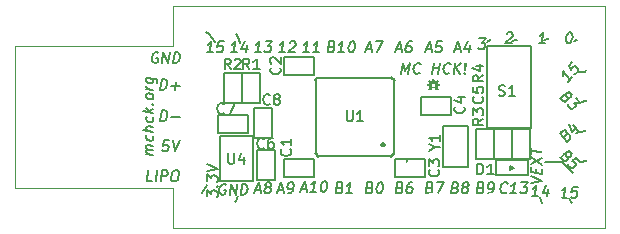
<source format=gto>
G04 (created by PCBNEW-RS274X (2012-02-23 BZR 3434)-stable) date Sat 25 Feb 2012 04:53:48 AM CET*
G01*
G70*
G90*
%MOIN*%
G04 Gerber Fmt 3.4, Leading zero omitted, Abs format*
%FSLAX34Y34*%
G04 APERTURE LIST*
%ADD10C,0.006000*%
%ADD11C,0.005900*%
%ADD12C,0.003900*%
%ADD13C,0.000100*%
%ADD14C,0.008000*%
%ADD15C,0.007800*%
%ADD16C,0.081800*%
%ADD17R,0.081800X0.081800*%
%ADD18R,0.303000X0.066800*%
%ADD19R,0.263700X0.047100*%
%ADD20C,0.043200*%
%ADD21R,0.052800X0.032800*%
%ADD22R,0.032800X0.052800*%
%ADD23R,0.027800X0.037800*%
%ADD24R,0.039200X0.039200*%
%ADD25R,0.074700X0.035300*%
%ADD26R,0.066800X0.017600*%
%ADD27R,0.017600X0.066800*%
%ADD28R,0.047200X0.064900*%
G04 APERTURE END LIST*
G54D10*
G54D11*
X22903Y-18568D02*
X22948Y-18214D01*
X23034Y-18467D01*
X23184Y-18214D01*
X23139Y-18568D01*
X23515Y-18535D02*
X23496Y-18551D01*
X23443Y-18568D01*
X23409Y-18568D01*
X23361Y-18551D01*
X23332Y-18518D01*
X23319Y-18484D01*
X23310Y-18417D01*
X23317Y-18366D01*
X23342Y-18299D01*
X23363Y-18265D01*
X23401Y-18231D01*
X23454Y-18214D01*
X23488Y-18214D01*
X23536Y-18231D01*
X23551Y-18248D01*
X23932Y-18568D02*
X23977Y-18214D01*
X23955Y-18383D02*
X24158Y-18383D01*
X24135Y-18568D02*
X24180Y-18214D01*
X24510Y-18535D02*
X24491Y-18551D01*
X24438Y-18568D01*
X24404Y-18568D01*
X24356Y-18551D01*
X24327Y-18518D01*
X24314Y-18484D01*
X24305Y-18417D01*
X24312Y-18366D01*
X24337Y-18299D01*
X24358Y-18265D01*
X24396Y-18231D01*
X24449Y-18214D01*
X24483Y-18214D01*
X24531Y-18231D01*
X24546Y-18248D01*
X24657Y-18568D02*
X24702Y-18214D01*
X24860Y-18568D02*
X24734Y-18366D01*
X24905Y-18214D02*
X24676Y-18417D01*
X25015Y-18535D02*
X25030Y-18551D01*
X25011Y-18568D01*
X24996Y-18551D01*
X25015Y-18535D01*
X25011Y-18568D01*
X25028Y-18433D02*
X25036Y-18231D01*
X25056Y-18214D01*
X25070Y-18231D01*
X25028Y-18433D01*
X25056Y-18214D01*
X14643Y-21265D02*
X14407Y-21235D01*
X14441Y-21239D02*
X14424Y-21220D01*
X14407Y-21184D01*
X14407Y-21134D01*
X14424Y-21102D01*
X14458Y-21090D01*
X14643Y-21113D01*
X14458Y-21090D02*
X14424Y-21068D01*
X14407Y-21032D01*
X14407Y-20982D01*
X14424Y-20950D01*
X14458Y-20938D01*
X14643Y-20961D01*
X14626Y-20639D02*
X14643Y-20675D01*
X14643Y-20742D01*
X14626Y-20774D01*
X14610Y-20789D01*
X14576Y-20801D01*
X14475Y-20789D01*
X14441Y-20767D01*
X14424Y-20748D01*
X14407Y-20712D01*
X14407Y-20645D01*
X14424Y-20613D01*
X14643Y-20490D02*
X14289Y-20445D01*
X14643Y-20338D02*
X14458Y-20315D01*
X14424Y-20327D01*
X14407Y-20359D01*
X14407Y-20409D01*
X14424Y-20445D01*
X14441Y-20464D01*
X14626Y-20016D02*
X14643Y-20052D01*
X14643Y-20119D01*
X14626Y-20151D01*
X14610Y-20166D01*
X14576Y-20178D01*
X14475Y-20166D01*
X14441Y-20144D01*
X14424Y-20125D01*
X14407Y-20089D01*
X14407Y-20022D01*
X14424Y-19990D01*
X14643Y-19867D02*
X14289Y-19822D01*
X14508Y-19816D02*
X14643Y-19732D01*
X14407Y-19702D02*
X14542Y-19854D01*
X14610Y-19576D02*
X14626Y-19561D01*
X14643Y-19580D01*
X14626Y-19595D01*
X14610Y-19576D01*
X14643Y-19580D01*
X14643Y-19360D02*
X14626Y-19392D01*
X14610Y-19407D01*
X14576Y-19419D01*
X14475Y-19407D01*
X14441Y-19385D01*
X14424Y-19366D01*
X14407Y-19330D01*
X14407Y-19280D01*
X14424Y-19248D01*
X14441Y-19233D01*
X14475Y-19221D01*
X14576Y-19233D01*
X14610Y-19255D01*
X14626Y-19274D01*
X14643Y-19310D01*
X14643Y-19360D01*
X14643Y-19091D02*
X14407Y-19061D01*
X14475Y-19070D02*
X14441Y-19048D01*
X14424Y-19029D01*
X14407Y-18993D01*
X14407Y-18960D01*
X14407Y-18690D02*
X14694Y-18726D01*
X14728Y-18747D01*
X14744Y-18766D01*
X14761Y-18802D01*
X14761Y-18853D01*
X14744Y-18884D01*
X14626Y-18718D02*
X14643Y-18754D01*
X14643Y-18821D01*
X14626Y-18853D01*
X14610Y-18868D01*
X14576Y-18880D01*
X14475Y-18868D01*
X14441Y-18846D01*
X14424Y-18827D01*
X14407Y-18791D01*
X14407Y-18724D01*
X14424Y-18692D01*
G54D12*
X15300Y-17630D02*
X15300Y-16300D01*
X15300Y-22374D02*
X15300Y-23700D01*
X29700Y-23700D02*
X15300Y-23700D01*
X29700Y-16300D02*
X29700Y-23700D01*
X15300Y-16300D02*
X29700Y-16300D01*
X10039Y-17630D02*
X15300Y-17630D01*
X10039Y-22374D02*
X15300Y-22374D01*
X10039Y-17630D02*
X10039Y-22374D01*
G54D13*
G36*
X23843Y-19121D02*
X23845Y-19120D01*
X23850Y-19117D01*
X23857Y-19112D01*
X23866Y-19106D01*
X23875Y-19100D01*
X23882Y-19096D01*
X23887Y-19092D01*
X23889Y-19091D01*
X23890Y-19092D01*
X23894Y-19094D01*
X23900Y-19097D01*
X23904Y-19099D01*
X23909Y-19101D01*
X23912Y-19101D01*
X23912Y-19101D01*
X23914Y-19097D01*
X23917Y-19089D01*
X23922Y-19080D01*
X23926Y-19069D01*
X23931Y-19057D01*
X23937Y-19045D01*
X23941Y-19033D01*
X23946Y-19022D01*
X23949Y-19014D01*
X23951Y-19008D01*
X23952Y-19005D01*
X23952Y-19005D01*
X23949Y-19002D01*
X23944Y-18999D01*
X23934Y-18990D01*
X23924Y-18977D01*
X23918Y-18963D01*
X23915Y-18947D01*
X23917Y-18932D01*
X23923Y-18918D01*
X23933Y-18905D01*
X23945Y-18896D01*
X23959Y-18890D01*
X23975Y-18888D01*
X23990Y-18889D01*
X24004Y-18895D01*
X24017Y-18905D01*
X24023Y-18911D01*
X24030Y-18924D01*
X24035Y-18938D01*
X24035Y-18941D01*
X24034Y-18957D01*
X24030Y-18971D01*
X24022Y-18984D01*
X24011Y-18995D01*
X24009Y-18996D01*
X24004Y-19000D01*
X24000Y-19003D01*
X23998Y-19005D01*
X24017Y-19052D01*
X24020Y-19060D01*
X24026Y-19073D01*
X24030Y-19084D01*
X24034Y-19093D01*
X24037Y-19099D01*
X24038Y-19101D01*
X24038Y-19101D01*
X24040Y-19101D01*
X24043Y-19100D01*
X24050Y-19097D01*
X24054Y-19095D01*
X24059Y-19092D01*
X24062Y-19091D01*
X24064Y-19092D01*
X24068Y-19095D01*
X24075Y-19100D01*
X24084Y-19106D01*
X24092Y-19111D01*
X24099Y-19116D01*
X24105Y-19120D01*
X24107Y-19121D01*
X24108Y-19121D01*
X24110Y-19120D01*
X24114Y-19116D01*
X24121Y-19110D01*
X24130Y-19101D01*
X24131Y-19100D01*
X24139Y-19092D01*
X24145Y-19086D01*
X24149Y-19081D01*
X24150Y-19079D01*
X24150Y-19079D01*
X24149Y-19077D01*
X24145Y-19071D01*
X24141Y-19064D01*
X24135Y-19055D01*
X24119Y-19032D01*
X24128Y-19011D01*
X24130Y-19004D01*
X24134Y-18996D01*
X24136Y-18991D01*
X24137Y-18988D01*
X24140Y-18987D01*
X24145Y-18986D01*
X24154Y-18984D01*
X24164Y-18982D01*
X24174Y-18981D01*
X24182Y-18979D01*
X24189Y-18978D01*
X24192Y-18977D01*
X24192Y-18977D01*
X24193Y-18975D01*
X24193Y-18972D01*
X24193Y-18967D01*
X24194Y-18959D01*
X24194Y-18947D01*
X24194Y-18945D01*
X24193Y-18934D01*
X24193Y-18925D01*
X24193Y-18920D01*
X24193Y-18917D01*
X24193Y-18917D01*
X24190Y-18917D01*
X24184Y-18915D01*
X24175Y-18914D01*
X24165Y-18912D01*
X24164Y-18911D01*
X24154Y-18909D01*
X24145Y-18908D01*
X24139Y-18906D01*
X24136Y-18905D01*
X24136Y-18905D01*
X24134Y-18901D01*
X24131Y-18894D01*
X24127Y-18886D01*
X24124Y-18878D01*
X24121Y-18871D01*
X24119Y-18865D01*
X24118Y-18863D01*
X24118Y-18863D01*
X24120Y-18860D01*
X24123Y-18855D01*
X24128Y-18848D01*
X24135Y-18839D01*
X24135Y-18838D01*
X24141Y-18829D01*
X24146Y-18822D01*
X24149Y-18817D01*
X24150Y-18814D01*
X24150Y-18814D01*
X24148Y-18812D01*
X24144Y-18807D01*
X24137Y-18800D01*
X24130Y-18792D01*
X24127Y-18790D01*
X24119Y-18781D01*
X24113Y-18776D01*
X24109Y-18773D01*
X24107Y-18772D01*
X24107Y-18772D01*
X24105Y-18774D01*
X24099Y-18778D01*
X24092Y-18783D01*
X24083Y-18789D01*
X24082Y-18789D01*
X24073Y-18795D01*
X24066Y-18800D01*
X24061Y-18804D01*
X24059Y-18805D01*
X24058Y-18805D01*
X24055Y-18804D01*
X24048Y-18802D01*
X24041Y-18799D01*
X24033Y-18795D01*
X24025Y-18792D01*
X24020Y-18790D01*
X24017Y-18788D01*
X24017Y-18788D01*
X24016Y-18785D01*
X24015Y-18779D01*
X24013Y-18770D01*
X24011Y-18759D01*
X24010Y-18757D01*
X24008Y-18747D01*
X24007Y-18738D01*
X24006Y-18732D01*
X24005Y-18730D01*
X24003Y-18729D01*
X23998Y-18729D01*
X23991Y-18729D01*
X23981Y-18729D01*
X23972Y-18729D01*
X23962Y-18729D01*
X23954Y-18729D01*
X23948Y-18730D01*
X23946Y-18730D01*
X23946Y-18730D01*
X23945Y-18733D01*
X23943Y-18740D01*
X23942Y-18749D01*
X23939Y-18760D01*
X23939Y-18762D01*
X23937Y-18772D01*
X23935Y-18781D01*
X23934Y-18787D01*
X23933Y-18789D01*
X23933Y-18789D01*
X23928Y-18791D01*
X23921Y-18794D01*
X23913Y-18798D01*
X23893Y-18806D01*
X23868Y-18789D01*
X23866Y-18787D01*
X23857Y-18781D01*
X23850Y-18776D01*
X23845Y-18773D01*
X23842Y-18772D01*
X23842Y-18772D01*
X23840Y-18774D01*
X23835Y-18779D01*
X23828Y-18785D01*
X23821Y-18793D01*
X23815Y-18799D01*
X23808Y-18806D01*
X23804Y-18810D01*
X23801Y-18813D01*
X23801Y-18815D01*
X23801Y-18816D01*
X23802Y-18819D01*
X23806Y-18824D01*
X23811Y-18832D01*
X23817Y-18840D01*
X23822Y-18848D01*
X23827Y-18856D01*
X23831Y-18862D01*
X23832Y-18865D01*
X23832Y-18866D01*
X23830Y-18871D01*
X23827Y-18878D01*
X23823Y-18887D01*
X23815Y-18906D01*
X23802Y-18909D01*
X23794Y-18910D01*
X23783Y-18912D01*
X23773Y-18914D01*
X23757Y-18917D01*
X23756Y-18976D01*
X23759Y-18977D01*
X23761Y-18977D01*
X23767Y-18979D01*
X23776Y-18980D01*
X23786Y-18982D01*
X23794Y-18984D01*
X23803Y-18986D01*
X23809Y-18987D01*
X23812Y-18987D01*
X23813Y-18988D01*
X23815Y-18992D01*
X23818Y-18999D01*
X23821Y-19007D01*
X23825Y-19015D01*
X23828Y-19023D01*
X23830Y-19029D01*
X23831Y-19032D01*
X23830Y-19034D01*
X23826Y-19039D01*
X23822Y-19047D01*
X23816Y-19055D01*
X23810Y-19064D01*
X23805Y-19071D01*
X23802Y-19076D01*
X23800Y-19079D01*
X23801Y-19081D01*
X23804Y-19085D01*
X23811Y-19091D01*
X23820Y-19101D01*
X23822Y-19102D01*
X23830Y-19110D01*
X23836Y-19116D01*
X23841Y-19120D01*
X23843Y-19121D01*
X23843Y-19121D01*
G37*
G54D11*
X25875Y-17450D02*
X25900Y-17400D01*
X26600Y-17475D02*
X26725Y-17450D01*
X26725Y-17450D02*
X26750Y-17425D01*
X28650Y-17475D02*
X28750Y-17450D01*
X28750Y-17450D02*
X28775Y-17425D01*
X27675Y-17450D02*
X27800Y-17400D01*
X27800Y-17400D02*
X27825Y-17375D01*
X25750Y-17500D02*
X25875Y-17450D01*
X16700Y-17500D02*
X16500Y-17250D01*
X16500Y-17250D02*
X16400Y-17175D01*
X17525Y-17525D02*
X17475Y-17325D01*
X17475Y-17325D02*
X17400Y-17250D01*
X17450Y-22625D02*
X17400Y-22800D01*
X17400Y-22800D02*
X17375Y-22825D01*
X27525Y-22675D02*
X27550Y-22800D01*
X27550Y-22800D02*
X27600Y-22875D01*
X28500Y-22700D02*
X28550Y-22825D01*
X28550Y-22825D02*
X28600Y-22875D01*
X16425Y-22275D02*
X16250Y-22550D01*
X28900Y-19500D02*
X29075Y-19475D01*
X29075Y-19475D02*
X29075Y-19425D01*
X28900Y-21500D02*
X29075Y-21475D01*
X29075Y-21475D02*
X29075Y-21425D01*
X28725Y-20525D02*
X29025Y-20475D01*
X29025Y-20475D02*
X29050Y-20450D01*
X28800Y-18500D02*
X29025Y-18500D01*
X29025Y-18500D02*
X29050Y-18450D01*
X28250Y-21520D02*
X27700Y-21500D01*
X28620Y-21880D02*
X28250Y-21520D01*
X17590Y-18525D02*
X17590Y-19525D01*
X17590Y-19525D02*
X16990Y-19525D01*
X16990Y-19525D02*
X16990Y-18525D01*
X16990Y-18525D02*
X17590Y-18525D01*
X18190Y-18525D02*
X18190Y-19525D01*
X18190Y-19525D02*
X17590Y-19525D01*
X17590Y-19525D02*
X17590Y-18525D01*
X17590Y-18525D02*
X18190Y-18525D01*
X20000Y-18600D02*
X19000Y-18600D01*
X19000Y-18600D02*
X19000Y-18000D01*
X19000Y-18000D02*
X20000Y-18000D01*
X20000Y-18000D02*
X20000Y-18600D01*
X16800Y-19930D02*
X17800Y-19930D01*
X17800Y-19930D02*
X17800Y-20530D01*
X17800Y-20530D02*
X16800Y-20530D01*
X16800Y-20530D02*
X16800Y-19930D01*
X17980Y-20690D02*
X17980Y-19690D01*
X17980Y-19690D02*
X18580Y-19690D01*
X18580Y-19690D02*
X18580Y-20690D01*
X18580Y-20690D02*
X17980Y-20690D01*
X18100Y-22100D02*
X18100Y-21100D01*
X18100Y-21100D02*
X18700Y-21100D01*
X18700Y-21100D02*
X18700Y-22100D01*
X18700Y-22100D02*
X18100Y-22100D01*
X20000Y-22000D02*
X19000Y-22000D01*
X19000Y-22000D02*
X19000Y-21400D01*
X19000Y-21400D02*
X20000Y-21400D01*
X20000Y-21400D02*
X20000Y-22000D01*
X17950Y-20650D02*
X17950Y-22150D01*
X17950Y-22150D02*
X16850Y-22150D01*
X16850Y-22150D02*
X16850Y-20650D01*
X16850Y-20650D02*
X17950Y-20650D01*
X22700Y-21400D02*
X23700Y-21400D01*
X23700Y-21400D02*
X23700Y-22000D01*
X23700Y-22000D02*
X22700Y-22000D01*
X22700Y-22000D02*
X22700Y-21400D01*
X23550Y-19330D02*
X24550Y-19330D01*
X24550Y-19330D02*
X24550Y-19930D01*
X24550Y-19930D02*
X23550Y-19930D01*
X23550Y-19930D02*
X23550Y-19330D01*
X26000Y-20400D02*
X26000Y-21400D01*
X26000Y-21400D02*
X25400Y-21400D01*
X25400Y-21400D02*
X25400Y-20400D01*
X25400Y-20400D02*
X26000Y-20400D01*
X26600Y-20400D02*
X26600Y-21400D01*
X26600Y-21400D02*
X26000Y-21400D01*
X26000Y-21400D02*
X26000Y-20400D01*
X26000Y-20400D02*
X26600Y-20400D01*
X26600Y-21400D02*
X26600Y-20400D01*
X26600Y-20400D02*
X27200Y-20400D01*
X27200Y-20400D02*
X27200Y-21400D01*
X27200Y-21400D02*
X26600Y-21400D01*
X26540Y-21640D02*
X26660Y-21700D01*
X26660Y-21700D02*
X26540Y-21760D01*
X26540Y-21760D02*
X26540Y-21640D01*
X26075Y-21450D02*
X27125Y-21450D01*
X27125Y-21450D02*
X27125Y-21950D01*
X27125Y-21950D02*
X26075Y-21950D01*
X26075Y-21950D02*
X26075Y-21450D01*
X24300Y-21685D02*
X24300Y-20305D01*
X24300Y-20305D02*
X25120Y-20305D01*
X25120Y-20305D02*
X25120Y-21685D01*
X25120Y-21685D02*
X24300Y-21685D01*
X22570Y-18701D02*
X22649Y-18780D01*
X22649Y-18780D02*
X22649Y-21220D01*
X22649Y-21220D02*
X22570Y-21299D01*
X22570Y-21299D02*
X20130Y-21299D01*
X20130Y-21299D02*
X20051Y-21220D01*
X20130Y-18701D02*
X22570Y-18701D01*
X20051Y-21220D02*
X20051Y-18780D01*
X22570Y-18661D02*
X22689Y-18780D01*
X20011Y-18780D02*
X20130Y-18661D01*
X20130Y-21339D02*
X20011Y-21220D01*
X22570Y-21339D02*
X22689Y-21220D01*
G54D14*
X23083Y-21458D02*
X23082Y-21465D01*
X23079Y-21473D01*
X23076Y-21480D01*
X23071Y-21486D01*
X23064Y-21491D01*
X23057Y-21495D01*
X23050Y-21498D01*
X23042Y-21498D01*
X23035Y-21498D01*
X23027Y-21496D01*
X23020Y-21492D01*
X23014Y-21487D01*
X23009Y-21481D01*
X23005Y-21474D01*
X23002Y-21466D01*
X23002Y-21458D01*
X23002Y-21451D01*
X23004Y-21443D01*
X23008Y-21436D01*
X23013Y-21430D01*
X23019Y-21425D01*
X23026Y-21421D01*
X23034Y-21418D01*
X23042Y-21418D01*
X23049Y-21418D01*
X23056Y-21420D01*
X23063Y-21424D01*
X23070Y-21429D01*
X23075Y-21435D01*
X23079Y-21442D01*
X23081Y-21449D01*
X23082Y-21457D01*
X23083Y-21458D01*
G54D15*
X22349Y-20925D02*
X22347Y-20935D01*
X22344Y-20945D01*
X22339Y-20955D01*
X22333Y-20963D01*
X22324Y-20970D01*
X22315Y-20975D01*
X22305Y-20978D01*
X22294Y-20979D01*
X22284Y-20979D01*
X22274Y-20975D01*
X22264Y-20971D01*
X22256Y-20964D01*
X22249Y-20956D01*
X22244Y-20946D01*
X22241Y-20936D01*
X22240Y-20925D01*
X22240Y-20916D01*
X22243Y-20905D01*
X22248Y-20896D01*
X22255Y-20887D01*
X22263Y-20880D01*
X22272Y-20875D01*
X22283Y-20872D01*
X22293Y-20871D01*
X22303Y-20871D01*
X22313Y-20874D01*
X22323Y-20879D01*
X22331Y-20886D01*
X22338Y-20894D01*
X22344Y-20903D01*
X22347Y-20913D01*
X22348Y-20924D01*
X22349Y-20925D01*
G54D11*
X25772Y-20368D02*
X25772Y-17632D01*
X27228Y-17632D02*
X27228Y-20368D01*
X27228Y-20368D02*
X25772Y-20368D01*
X25772Y-17632D02*
X27228Y-17632D01*
X16615Y-17843D02*
X16412Y-17843D01*
X16514Y-17843D02*
X16559Y-17489D01*
X16518Y-17540D01*
X16480Y-17574D01*
X16444Y-17590D01*
X16980Y-17489D02*
X16811Y-17489D01*
X16772Y-17658D01*
X16792Y-17641D01*
X16828Y-17624D01*
X16912Y-17624D01*
X16944Y-17641D01*
X16958Y-17658D01*
X16971Y-17692D01*
X16961Y-17776D01*
X16939Y-17810D01*
X16920Y-17826D01*
X16884Y-17843D01*
X16800Y-17843D01*
X16768Y-17826D01*
X16753Y-17810D01*
X17415Y-17843D02*
X17212Y-17843D01*
X17314Y-17843D02*
X17359Y-17489D01*
X17318Y-17540D01*
X17280Y-17574D01*
X17244Y-17590D01*
X17748Y-17607D02*
X17718Y-17843D01*
X17681Y-17472D02*
X17564Y-17725D01*
X17784Y-17725D01*
X18215Y-17843D02*
X18012Y-17843D01*
X18114Y-17843D02*
X18159Y-17489D01*
X18118Y-17540D01*
X18080Y-17574D01*
X18044Y-17590D01*
X18378Y-17489D02*
X18597Y-17489D01*
X18462Y-17624D01*
X18512Y-17624D01*
X18544Y-17641D01*
X18558Y-17658D01*
X18571Y-17692D01*
X18561Y-17776D01*
X18539Y-17810D01*
X18520Y-17826D01*
X18484Y-17843D01*
X18383Y-17843D01*
X18351Y-17826D01*
X18337Y-17810D01*
X19015Y-17843D02*
X18812Y-17843D01*
X18914Y-17843D02*
X18959Y-17489D01*
X18918Y-17540D01*
X18880Y-17574D01*
X18844Y-17590D01*
X19189Y-17523D02*
X19208Y-17506D01*
X19245Y-17489D01*
X19329Y-17489D01*
X19360Y-17506D01*
X19375Y-17523D01*
X19388Y-17557D01*
X19384Y-17590D01*
X19361Y-17641D01*
X19133Y-17843D01*
X19352Y-17843D01*
X19815Y-17843D02*
X19612Y-17843D01*
X19714Y-17843D02*
X19759Y-17489D01*
X19718Y-17540D01*
X19680Y-17574D01*
X19644Y-17590D01*
X20152Y-17843D02*
X19949Y-17843D01*
X20051Y-17843D02*
X20096Y-17489D01*
X20055Y-17540D01*
X20017Y-17574D01*
X19981Y-17590D01*
X20593Y-17658D02*
X20642Y-17675D01*
X20657Y-17692D01*
X20670Y-17725D01*
X20664Y-17776D01*
X20642Y-17810D01*
X20623Y-17826D01*
X20587Y-17843D01*
X20452Y-17843D01*
X20497Y-17489D01*
X20615Y-17489D01*
X20646Y-17506D01*
X20661Y-17523D01*
X20674Y-17557D01*
X20670Y-17590D01*
X20649Y-17624D01*
X20630Y-17641D01*
X20593Y-17658D01*
X20475Y-17658D01*
X20992Y-17843D02*
X20789Y-17843D01*
X20891Y-17843D02*
X20936Y-17489D01*
X20895Y-17540D01*
X20857Y-17574D01*
X20821Y-17590D01*
X21256Y-17489D02*
X21289Y-17489D01*
X21320Y-17506D01*
X21335Y-17523D01*
X21348Y-17557D01*
X21357Y-17624D01*
X21346Y-17708D01*
X21321Y-17776D01*
X21299Y-17810D01*
X21280Y-17826D01*
X21244Y-17843D01*
X21211Y-17843D01*
X21179Y-17826D01*
X21164Y-17810D01*
X21152Y-17776D01*
X21143Y-17708D01*
X21154Y-17624D01*
X21179Y-17557D01*
X21200Y-17523D01*
X21219Y-17506D01*
X21256Y-17489D01*
X21742Y-17742D02*
X21911Y-17742D01*
X21696Y-17843D02*
X21859Y-17489D01*
X21932Y-17843D01*
X22061Y-17489D02*
X22297Y-17489D01*
X22100Y-17843D01*
X22742Y-17742D02*
X22911Y-17742D01*
X22696Y-17843D02*
X22859Y-17489D01*
X22932Y-17843D01*
X23246Y-17489D02*
X23179Y-17489D01*
X23142Y-17506D01*
X23123Y-17523D01*
X23083Y-17574D01*
X23058Y-17641D01*
X23041Y-17776D01*
X23053Y-17810D01*
X23068Y-17826D01*
X23100Y-17843D01*
X23167Y-17843D01*
X23203Y-17826D01*
X23222Y-17810D01*
X23244Y-17776D01*
X23254Y-17692D01*
X23241Y-17658D01*
X23227Y-17641D01*
X23195Y-17624D01*
X23128Y-17624D01*
X23092Y-17641D01*
X23072Y-17658D01*
X23051Y-17692D01*
X23742Y-17742D02*
X23911Y-17742D01*
X23696Y-17843D02*
X23859Y-17489D01*
X23932Y-17843D01*
X24263Y-17489D02*
X24094Y-17489D01*
X24055Y-17658D01*
X24075Y-17641D01*
X24111Y-17624D01*
X24195Y-17624D01*
X24227Y-17641D01*
X24241Y-17658D01*
X24254Y-17692D01*
X24244Y-17776D01*
X24222Y-17810D01*
X24203Y-17826D01*
X24167Y-17843D01*
X24083Y-17843D01*
X24051Y-17826D01*
X24036Y-17810D01*
X24692Y-17742D02*
X24861Y-17742D01*
X24646Y-17843D02*
X24809Y-17489D01*
X24882Y-17843D01*
X25181Y-17607D02*
X25151Y-17843D01*
X25114Y-17472D02*
X24997Y-17725D01*
X25217Y-17725D01*
X25510Y-17389D02*
X25729Y-17389D01*
X25594Y-17524D01*
X25644Y-17524D01*
X25676Y-17541D01*
X25690Y-17558D01*
X25703Y-17592D01*
X25693Y-17676D01*
X25671Y-17710D01*
X25652Y-17726D01*
X25616Y-17743D01*
X25515Y-17743D01*
X25483Y-17726D01*
X25469Y-17710D01*
X26421Y-17223D02*
X26440Y-17206D01*
X26477Y-17189D01*
X26561Y-17189D01*
X26592Y-17206D01*
X26607Y-17223D01*
X26620Y-17257D01*
X26616Y-17290D01*
X26593Y-17341D01*
X26365Y-17543D01*
X26584Y-17543D01*
X27684Y-17543D02*
X27481Y-17543D01*
X27583Y-17543D02*
X27628Y-17189D01*
X27587Y-17240D01*
X27549Y-17274D01*
X27513Y-17290D01*
X28511Y-17189D02*
X28544Y-17189D01*
X28575Y-17206D01*
X28590Y-17223D01*
X28603Y-17257D01*
X28612Y-17324D01*
X28601Y-17408D01*
X28576Y-17476D01*
X28554Y-17510D01*
X28535Y-17526D01*
X28499Y-17543D01*
X28466Y-17543D01*
X28434Y-17526D01*
X28419Y-17510D01*
X28407Y-17476D01*
X28398Y-17408D01*
X28409Y-17324D01*
X28434Y-17257D01*
X28455Y-17223D01*
X28474Y-17206D01*
X28511Y-17189D01*
X16439Y-22645D02*
X16439Y-22426D01*
X16574Y-22561D01*
X16574Y-22511D01*
X16591Y-22479D01*
X16608Y-22465D01*
X16642Y-22452D01*
X16726Y-22462D01*
X16760Y-22484D01*
X16776Y-22503D01*
X16793Y-22539D01*
X16793Y-22640D01*
X16776Y-22672D01*
X16760Y-22686D01*
X16760Y-22316D02*
X16776Y-22301D01*
X16793Y-22320D01*
X16776Y-22335D01*
X16760Y-22316D01*
X16793Y-22320D01*
X16439Y-22139D02*
X16439Y-21920D01*
X16574Y-22055D01*
X16574Y-22005D01*
X16591Y-21973D01*
X16608Y-21959D01*
X16642Y-21946D01*
X16726Y-21956D01*
X16760Y-21978D01*
X16776Y-21997D01*
X16793Y-22033D01*
X16793Y-22134D01*
X16776Y-22166D01*
X16760Y-22180D01*
X16439Y-21819D02*
X16793Y-21746D01*
X16439Y-21583D01*
X17055Y-22256D02*
X17024Y-22239D01*
X16973Y-22239D01*
X16920Y-22256D01*
X16882Y-22290D01*
X16861Y-22324D01*
X16836Y-22391D01*
X16829Y-22442D01*
X16838Y-22509D01*
X16851Y-22543D01*
X16880Y-22576D01*
X16928Y-22593D01*
X16962Y-22593D01*
X17015Y-22576D01*
X17034Y-22560D01*
X17049Y-22442D01*
X16981Y-22442D01*
X17181Y-22593D02*
X17226Y-22239D01*
X17384Y-22593D01*
X17429Y-22239D01*
X17552Y-22593D02*
X17597Y-22239D01*
X17682Y-22239D01*
X17729Y-22256D01*
X17759Y-22290D01*
X17772Y-22324D01*
X17781Y-22391D01*
X17774Y-22442D01*
X17749Y-22509D01*
X17728Y-22543D01*
X17689Y-22576D01*
X17637Y-22593D01*
X17552Y-22593D01*
X18042Y-22442D02*
X18211Y-22442D01*
X17996Y-22543D02*
X18159Y-22189D01*
X18232Y-22543D01*
X18426Y-22341D02*
X18394Y-22324D01*
X18379Y-22307D01*
X18366Y-22274D01*
X18368Y-22257D01*
X18389Y-22223D01*
X18408Y-22206D01*
X18445Y-22189D01*
X18512Y-22189D01*
X18543Y-22206D01*
X18558Y-22223D01*
X18571Y-22257D01*
X18569Y-22274D01*
X18548Y-22307D01*
X18529Y-22324D01*
X18493Y-22341D01*
X18426Y-22341D01*
X18389Y-22358D01*
X18370Y-22375D01*
X18349Y-22408D01*
X18341Y-22476D01*
X18353Y-22510D01*
X18368Y-22526D01*
X18400Y-22543D01*
X18467Y-22543D01*
X18503Y-22526D01*
X18522Y-22510D01*
X18544Y-22476D01*
X18552Y-22408D01*
X18539Y-22375D01*
X18524Y-22358D01*
X18493Y-22341D01*
X18792Y-22442D02*
X18961Y-22442D01*
X18746Y-22543D02*
X18909Y-22189D01*
X18982Y-22543D01*
X19116Y-22543D02*
X19184Y-22543D01*
X19219Y-22526D01*
X19238Y-22510D01*
X19279Y-22459D01*
X19304Y-22392D01*
X19321Y-22257D01*
X19308Y-22223D01*
X19293Y-22206D01*
X19262Y-22189D01*
X19195Y-22189D01*
X19158Y-22206D01*
X19139Y-22223D01*
X19118Y-22257D01*
X19108Y-22341D01*
X19120Y-22375D01*
X19135Y-22392D01*
X19167Y-22408D01*
X19234Y-22408D01*
X19270Y-22392D01*
X19289Y-22375D01*
X19311Y-22341D01*
X19574Y-22392D02*
X19743Y-22392D01*
X19528Y-22493D02*
X19691Y-22139D01*
X19764Y-22493D01*
X20067Y-22493D02*
X19864Y-22493D01*
X19966Y-22493D02*
X20011Y-22139D01*
X19970Y-22190D01*
X19932Y-22224D01*
X19896Y-22240D01*
X20331Y-22139D02*
X20364Y-22139D01*
X20395Y-22156D01*
X20410Y-22173D01*
X20423Y-22207D01*
X20432Y-22274D01*
X20421Y-22358D01*
X20396Y-22426D01*
X20374Y-22460D01*
X20355Y-22476D01*
X20319Y-22493D01*
X20286Y-22493D01*
X20254Y-22476D01*
X20239Y-22460D01*
X20227Y-22426D01*
X20218Y-22358D01*
X20229Y-22274D01*
X20254Y-22207D01*
X20275Y-22173D01*
X20294Y-22156D01*
X20331Y-22139D01*
X20862Y-22358D02*
X20911Y-22375D01*
X20926Y-22392D01*
X20939Y-22425D01*
X20933Y-22476D01*
X20911Y-22510D01*
X20892Y-22526D01*
X20856Y-22543D01*
X20721Y-22543D01*
X20766Y-22189D01*
X20884Y-22189D01*
X20915Y-22206D01*
X20930Y-22223D01*
X20943Y-22257D01*
X20939Y-22290D01*
X20918Y-22324D01*
X20899Y-22341D01*
X20862Y-22358D01*
X20744Y-22358D01*
X21261Y-22543D02*
X21058Y-22543D01*
X21160Y-22543D02*
X21205Y-22189D01*
X21164Y-22240D01*
X21126Y-22274D01*
X21090Y-22290D01*
X21862Y-22358D02*
X21911Y-22375D01*
X21926Y-22392D01*
X21939Y-22425D01*
X21933Y-22476D01*
X21911Y-22510D01*
X21892Y-22526D01*
X21856Y-22543D01*
X21721Y-22543D01*
X21766Y-22189D01*
X21884Y-22189D01*
X21915Y-22206D01*
X21930Y-22223D01*
X21943Y-22257D01*
X21939Y-22290D01*
X21918Y-22324D01*
X21899Y-22341D01*
X21862Y-22358D01*
X21744Y-22358D01*
X22188Y-22189D02*
X22221Y-22189D01*
X22252Y-22206D01*
X22267Y-22223D01*
X22280Y-22257D01*
X22289Y-22324D01*
X22278Y-22408D01*
X22253Y-22476D01*
X22231Y-22510D01*
X22212Y-22526D01*
X22176Y-22543D01*
X22143Y-22543D01*
X22111Y-22526D01*
X22096Y-22510D01*
X22084Y-22476D01*
X22075Y-22408D01*
X22086Y-22324D01*
X22111Y-22257D01*
X22132Y-22223D01*
X22151Y-22206D01*
X22188Y-22189D01*
X22862Y-22358D02*
X22911Y-22375D01*
X22926Y-22392D01*
X22939Y-22425D01*
X22933Y-22476D01*
X22911Y-22510D01*
X22892Y-22526D01*
X22856Y-22543D01*
X22721Y-22543D01*
X22766Y-22189D01*
X22884Y-22189D01*
X22915Y-22206D01*
X22930Y-22223D01*
X22943Y-22257D01*
X22939Y-22290D01*
X22918Y-22324D01*
X22899Y-22341D01*
X22862Y-22358D01*
X22744Y-22358D01*
X23272Y-22189D02*
X23205Y-22189D01*
X23168Y-22206D01*
X23149Y-22223D01*
X23109Y-22274D01*
X23084Y-22341D01*
X23067Y-22476D01*
X23079Y-22510D01*
X23094Y-22526D01*
X23126Y-22543D01*
X23193Y-22543D01*
X23229Y-22526D01*
X23248Y-22510D01*
X23270Y-22476D01*
X23280Y-22392D01*
X23267Y-22358D01*
X23253Y-22341D01*
X23221Y-22324D01*
X23154Y-22324D01*
X23118Y-22341D01*
X23098Y-22358D01*
X23077Y-22392D01*
X23862Y-22358D02*
X23911Y-22375D01*
X23926Y-22392D01*
X23939Y-22425D01*
X23933Y-22476D01*
X23911Y-22510D01*
X23892Y-22526D01*
X23856Y-22543D01*
X23721Y-22543D01*
X23766Y-22189D01*
X23884Y-22189D01*
X23915Y-22206D01*
X23930Y-22223D01*
X23943Y-22257D01*
X23939Y-22290D01*
X23918Y-22324D01*
X23899Y-22341D01*
X23862Y-22358D01*
X23744Y-22358D01*
X24087Y-22189D02*
X24323Y-22189D01*
X24126Y-22543D01*
X24712Y-22358D02*
X24761Y-22375D01*
X24776Y-22392D01*
X24789Y-22425D01*
X24783Y-22476D01*
X24761Y-22510D01*
X24742Y-22526D01*
X24706Y-22543D01*
X24571Y-22543D01*
X24616Y-22189D01*
X24734Y-22189D01*
X24765Y-22206D01*
X24780Y-22223D01*
X24793Y-22257D01*
X24789Y-22290D01*
X24768Y-22324D01*
X24749Y-22341D01*
X24712Y-22358D01*
X24594Y-22358D01*
X25002Y-22341D02*
X24970Y-22324D01*
X24955Y-22307D01*
X24942Y-22274D01*
X24944Y-22257D01*
X24965Y-22223D01*
X24984Y-22206D01*
X25021Y-22189D01*
X25088Y-22189D01*
X25119Y-22206D01*
X25134Y-22223D01*
X25147Y-22257D01*
X25145Y-22274D01*
X25124Y-22307D01*
X25105Y-22324D01*
X25069Y-22341D01*
X25002Y-22341D01*
X24965Y-22358D01*
X24946Y-22375D01*
X24925Y-22408D01*
X24917Y-22476D01*
X24929Y-22510D01*
X24944Y-22526D01*
X24976Y-22543D01*
X25043Y-22543D01*
X25079Y-22526D01*
X25098Y-22510D01*
X25120Y-22476D01*
X25128Y-22408D01*
X25115Y-22375D01*
X25100Y-22358D01*
X25069Y-22341D01*
X25562Y-22358D02*
X25611Y-22375D01*
X25626Y-22392D01*
X25639Y-22425D01*
X25633Y-22476D01*
X25611Y-22510D01*
X25592Y-22526D01*
X25556Y-22543D01*
X25421Y-22543D01*
X25466Y-22189D01*
X25584Y-22189D01*
X25615Y-22206D01*
X25630Y-22223D01*
X25643Y-22257D01*
X25639Y-22290D01*
X25618Y-22324D01*
X25599Y-22341D01*
X25562Y-22358D01*
X25444Y-22358D01*
X25792Y-22543D02*
X25860Y-22543D01*
X25895Y-22526D01*
X25914Y-22510D01*
X25955Y-22459D01*
X25980Y-22392D01*
X25997Y-22257D01*
X25984Y-22223D01*
X25969Y-22206D01*
X25938Y-22189D01*
X25871Y-22189D01*
X25834Y-22206D01*
X25815Y-22223D01*
X25794Y-22257D01*
X25784Y-22341D01*
X25796Y-22375D01*
X25811Y-22392D01*
X25843Y-22408D01*
X25910Y-22408D01*
X25946Y-22392D01*
X25965Y-22375D01*
X25987Y-22341D01*
X26409Y-22510D02*
X26390Y-22526D01*
X26337Y-22543D01*
X26303Y-22543D01*
X26255Y-22526D01*
X26226Y-22493D01*
X26213Y-22459D01*
X26204Y-22392D01*
X26211Y-22341D01*
X26236Y-22274D01*
X26257Y-22240D01*
X26295Y-22206D01*
X26348Y-22189D01*
X26382Y-22189D01*
X26430Y-22206D01*
X26445Y-22223D01*
X26742Y-22543D02*
X26539Y-22543D01*
X26641Y-22543D02*
X26686Y-22189D01*
X26645Y-22240D01*
X26607Y-22274D01*
X26571Y-22290D01*
X26905Y-22189D02*
X27124Y-22189D01*
X26989Y-22324D01*
X27039Y-22324D01*
X27071Y-22341D01*
X27085Y-22358D01*
X27098Y-22392D01*
X27088Y-22476D01*
X27066Y-22510D01*
X27047Y-22526D01*
X27011Y-22543D01*
X26910Y-22543D01*
X26878Y-22526D01*
X26864Y-22510D01*
X27465Y-22643D02*
X27262Y-22643D01*
X27364Y-22643D02*
X27409Y-22289D01*
X27368Y-22340D01*
X27330Y-22374D01*
X27294Y-22390D01*
X27798Y-22407D02*
X27768Y-22643D01*
X27731Y-22272D02*
X27614Y-22525D01*
X27834Y-22525D01*
X28415Y-22693D02*
X28212Y-22693D01*
X28314Y-22693D02*
X28359Y-22339D01*
X28318Y-22390D01*
X28280Y-22424D01*
X28244Y-22440D01*
X28780Y-22339D02*
X28611Y-22339D01*
X28572Y-22508D01*
X28592Y-22491D01*
X28628Y-22474D01*
X28712Y-22474D01*
X28744Y-22491D01*
X28758Y-22508D01*
X28771Y-22542D01*
X28761Y-22626D01*
X28739Y-22660D01*
X28720Y-22676D01*
X28684Y-22693D01*
X28600Y-22693D01*
X28568Y-22676D01*
X28553Y-22660D01*
X28591Y-18686D02*
X28447Y-18830D01*
X28520Y-18758D02*
X28301Y-18476D01*
X28308Y-18541D01*
X28305Y-18591D01*
X28291Y-18628D01*
X28599Y-18178D02*
X28479Y-18297D01*
X28571Y-18444D01*
X28573Y-18418D01*
X28587Y-18381D01*
X28646Y-18321D01*
X28681Y-18311D01*
X28703Y-18313D01*
X28736Y-18328D01*
X28788Y-18394D01*
X28797Y-18434D01*
X28795Y-18459D01*
X28781Y-18496D01*
X28722Y-18555D01*
X28687Y-18566D01*
X28665Y-18565D01*
X28432Y-19348D02*
X28455Y-19394D01*
X28453Y-19417D01*
X28439Y-19450D01*
X28399Y-19481D01*
X28359Y-19490D01*
X28335Y-19488D01*
X28297Y-19474D01*
X28202Y-19379D01*
X28484Y-19160D01*
X28567Y-19244D01*
X28577Y-19278D01*
X28576Y-19300D01*
X28561Y-19334D01*
X28535Y-19354D01*
X28496Y-19363D01*
X28470Y-19362D01*
X28432Y-19348D01*
X28349Y-19264D01*
X28711Y-19387D02*
X28866Y-19542D01*
X28675Y-19542D01*
X28710Y-19578D01*
X28721Y-19612D01*
X28718Y-19634D01*
X28704Y-19667D01*
X28637Y-19720D01*
X28598Y-19728D01*
X28573Y-19726D01*
X28535Y-19713D01*
X28464Y-19641D01*
X28453Y-19607D01*
X28455Y-19585D01*
X28398Y-20593D02*
X28444Y-20570D01*
X28467Y-20572D01*
X28500Y-20586D01*
X28531Y-20626D01*
X28540Y-20666D01*
X28538Y-20690D01*
X28524Y-20728D01*
X28429Y-20823D01*
X28210Y-20541D01*
X28294Y-20458D01*
X28328Y-20448D01*
X28350Y-20449D01*
X28384Y-20464D01*
X28404Y-20490D01*
X28413Y-20529D01*
X28412Y-20555D01*
X28398Y-20593D01*
X28314Y-20676D01*
X28641Y-20278D02*
X28787Y-20466D01*
X28498Y-20229D02*
X28594Y-20491D01*
X28750Y-20335D01*
X28432Y-21323D02*
X28455Y-21369D01*
X28453Y-21392D01*
X28439Y-21425D01*
X28399Y-21456D01*
X28359Y-21465D01*
X28335Y-21463D01*
X28297Y-21449D01*
X28202Y-21354D01*
X28484Y-21135D01*
X28567Y-21219D01*
X28577Y-21253D01*
X28576Y-21275D01*
X28561Y-21309D01*
X28535Y-21329D01*
X28496Y-21338D01*
X28470Y-21337D01*
X28432Y-21323D01*
X28349Y-21239D01*
X28854Y-21505D02*
X28734Y-21386D01*
X28587Y-21478D01*
X28613Y-21480D01*
X28651Y-21493D01*
X28710Y-21553D01*
X28721Y-21587D01*
X28718Y-21609D01*
X28704Y-21642D01*
X28637Y-21695D01*
X28598Y-21703D01*
X28573Y-21701D01*
X28535Y-21688D01*
X28476Y-21628D01*
X28465Y-21594D01*
X28466Y-21572D01*
X27239Y-22204D02*
X27593Y-22131D01*
X27239Y-21968D01*
X27408Y-21873D02*
X27408Y-21755D01*
X27593Y-21727D02*
X27593Y-21896D01*
X27239Y-21851D01*
X27239Y-21682D01*
X27239Y-21564D02*
X27593Y-21373D01*
X27239Y-21328D02*
X27593Y-21609D01*
X27239Y-21244D02*
X27239Y-21042D01*
X27593Y-21188D02*
X27239Y-21143D01*
X15160Y-20789D02*
X14991Y-20789D01*
X14952Y-20958D01*
X14972Y-20941D01*
X15008Y-20924D01*
X15092Y-20924D01*
X15124Y-20941D01*
X15138Y-20958D01*
X15151Y-20992D01*
X15141Y-21076D01*
X15119Y-21110D01*
X15100Y-21126D01*
X15064Y-21143D01*
X14980Y-21143D01*
X14948Y-21126D01*
X14933Y-21110D01*
X15278Y-20789D02*
X15351Y-21143D01*
X15514Y-20789D01*
X14870Y-20143D02*
X14915Y-19789D01*
X15000Y-19789D01*
X15047Y-19806D01*
X15077Y-19840D01*
X15090Y-19874D01*
X15099Y-19941D01*
X15092Y-19992D01*
X15067Y-20059D01*
X15046Y-20093D01*
X15007Y-20126D01*
X14955Y-20143D01*
X14870Y-20143D01*
X15241Y-20008D02*
X15511Y-20008D01*
X14870Y-19093D02*
X14915Y-18739D01*
X15000Y-18739D01*
X15047Y-18756D01*
X15077Y-18790D01*
X15090Y-18824D01*
X15099Y-18891D01*
X15092Y-18942D01*
X15067Y-19009D01*
X15046Y-19043D01*
X15007Y-19076D01*
X14955Y-19093D01*
X14870Y-19093D01*
X15241Y-18958D02*
X15511Y-18958D01*
X15359Y-19093D02*
X15393Y-18824D01*
X14805Y-17856D02*
X14774Y-17839D01*
X14723Y-17839D01*
X14670Y-17856D01*
X14632Y-17890D01*
X14611Y-17924D01*
X14586Y-17991D01*
X14579Y-18042D01*
X14588Y-18109D01*
X14601Y-18143D01*
X14630Y-18176D01*
X14678Y-18193D01*
X14712Y-18193D01*
X14765Y-18176D01*
X14784Y-18160D01*
X14799Y-18042D01*
X14731Y-18042D01*
X14931Y-18193D02*
X14976Y-17839D01*
X15134Y-18193D01*
X15179Y-17839D01*
X15302Y-18193D02*
X15347Y-17839D01*
X15432Y-17839D01*
X15479Y-17856D01*
X15509Y-17890D01*
X15522Y-17924D01*
X15531Y-17991D01*
X15524Y-18042D01*
X15499Y-18109D01*
X15478Y-18143D01*
X15439Y-18176D01*
X15387Y-18193D01*
X15302Y-18193D01*
X14595Y-22143D02*
X14426Y-22143D01*
X14471Y-21789D01*
X14713Y-22143D02*
X14758Y-21789D01*
X14882Y-22143D02*
X14927Y-21789D01*
X15062Y-21789D01*
X15093Y-21806D01*
X15108Y-21823D01*
X15121Y-21857D01*
X15115Y-21907D01*
X15094Y-21941D01*
X15074Y-21958D01*
X15038Y-21975D01*
X14903Y-21975D01*
X15349Y-21789D02*
X15416Y-21789D01*
X15447Y-21806D01*
X15477Y-21840D01*
X15485Y-21907D01*
X15470Y-22025D01*
X15446Y-22093D01*
X15407Y-22126D01*
X15371Y-22143D01*
X15304Y-22143D01*
X15272Y-22126D01*
X15243Y-22093D01*
X15234Y-22025D01*
X15249Y-21907D01*
X15274Y-21840D01*
X15312Y-21806D01*
X15349Y-21789D01*
X17217Y-18418D02*
X17099Y-18250D01*
X17014Y-18418D02*
X17014Y-18064D01*
X17149Y-18064D01*
X17183Y-18081D01*
X17200Y-18098D01*
X17217Y-18132D01*
X17217Y-18182D01*
X17200Y-18216D01*
X17183Y-18233D01*
X17149Y-18250D01*
X17014Y-18250D01*
X17351Y-18098D02*
X17368Y-18081D01*
X17402Y-18064D01*
X17486Y-18064D01*
X17520Y-18081D01*
X17537Y-18098D01*
X17554Y-18132D01*
X17554Y-18165D01*
X17537Y-18216D01*
X17335Y-18418D01*
X17554Y-18418D01*
X17842Y-18418D02*
X17724Y-18250D01*
X17639Y-18418D02*
X17639Y-18064D01*
X17774Y-18064D01*
X17808Y-18081D01*
X17825Y-18098D01*
X17842Y-18132D01*
X17842Y-18182D01*
X17825Y-18216D01*
X17808Y-18233D01*
X17774Y-18250D01*
X17639Y-18250D01*
X18179Y-18418D02*
X17976Y-18418D01*
X18078Y-18418D02*
X18078Y-18064D01*
X18044Y-18115D01*
X18010Y-18149D01*
X17976Y-18165D01*
X18860Y-18358D02*
X18876Y-18375D01*
X18893Y-18426D01*
X18893Y-18460D01*
X18876Y-18510D01*
X18843Y-18544D01*
X18809Y-18561D01*
X18742Y-18578D01*
X18691Y-18578D01*
X18624Y-18561D01*
X18590Y-18544D01*
X18556Y-18510D01*
X18539Y-18460D01*
X18539Y-18426D01*
X18556Y-18375D01*
X18573Y-18358D01*
X18573Y-18224D02*
X18556Y-18207D01*
X18539Y-18173D01*
X18539Y-18089D01*
X18556Y-18055D01*
X18573Y-18038D01*
X18607Y-18021D01*
X18640Y-18021D01*
X18691Y-18038D01*
X18893Y-18240D01*
X18893Y-18021D01*
X16992Y-19860D02*
X16975Y-19876D01*
X16924Y-19893D01*
X16890Y-19893D01*
X16840Y-19876D01*
X16806Y-19843D01*
X16789Y-19809D01*
X16772Y-19742D01*
X16772Y-19691D01*
X16789Y-19624D01*
X16806Y-19590D01*
X16840Y-19556D01*
X16890Y-19539D01*
X16924Y-19539D01*
X16975Y-19556D01*
X16992Y-19573D01*
X17110Y-19539D02*
X17346Y-19539D01*
X17194Y-19893D01*
X18517Y-19560D02*
X18500Y-19576D01*
X18449Y-19593D01*
X18415Y-19593D01*
X18365Y-19576D01*
X18331Y-19543D01*
X18314Y-19509D01*
X18297Y-19442D01*
X18297Y-19391D01*
X18314Y-19324D01*
X18331Y-19290D01*
X18365Y-19256D01*
X18415Y-19239D01*
X18449Y-19239D01*
X18500Y-19256D01*
X18517Y-19273D01*
X18719Y-19391D02*
X18685Y-19374D01*
X18668Y-19357D01*
X18651Y-19324D01*
X18651Y-19307D01*
X18668Y-19273D01*
X18685Y-19256D01*
X18719Y-19239D01*
X18786Y-19239D01*
X18820Y-19256D01*
X18837Y-19273D01*
X18854Y-19307D01*
X18854Y-19324D01*
X18837Y-19357D01*
X18820Y-19374D01*
X18786Y-19391D01*
X18719Y-19391D01*
X18685Y-19408D01*
X18668Y-19425D01*
X18651Y-19458D01*
X18651Y-19526D01*
X18668Y-19560D01*
X18685Y-19576D01*
X18719Y-19593D01*
X18786Y-19593D01*
X18820Y-19576D01*
X18837Y-19560D01*
X18854Y-19526D01*
X18854Y-19458D01*
X18837Y-19425D01*
X18820Y-19408D01*
X18786Y-19391D01*
X18317Y-21035D02*
X18300Y-21051D01*
X18249Y-21068D01*
X18215Y-21068D01*
X18165Y-21051D01*
X18131Y-21018D01*
X18114Y-20984D01*
X18097Y-20917D01*
X18097Y-20866D01*
X18114Y-20799D01*
X18131Y-20765D01*
X18165Y-20731D01*
X18215Y-20714D01*
X18249Y-20714D01*
X18300Y-20731D01*
X18317Y-20748D01*
X18620Y-20714D02*
X18553Y-20714D01*
X18519Y-20731D01*
X18502Y-20748D01*
X18468Y-20799D01*
X18451Y-20866D01*
X18451Y-21001D01*
X18468Y-21035D01*
X18485Y-21051D01*
X18519Y-21068D01*
X18586Y-21068D01*
X18620Y-21051D01*
X18637Y-21035D01*
X18654Y-21001D01*
X18654Y-20917D01*
X18637Y-20883D01*
X18620Y-20866D01*
X18586Y-20849D01*
X18519Y-20849D01*
X18485Y-20866D01*
X18468Y-20883D01*
X18451Y-20917D01*
X19210Y-21083D02*
X19226Y-21100D01*
X19243Y-21151D01*
X19243Y-21185D01*
X19226Y-21235D01*
X19193Y-21269D01*
X19159Y-21286D01*
X19092Y-21303D01*
X19041Y-21303D01*
X18974Y-21286D01*
X18940Y-21269D01*
X18906Y-21235D01*
X18889Y-21185D01*
X18889Y-21151D01*
X18906Y-21100D01*
X18923Y-21083D01*
X19243Y-20746D02*
X19243Y-20949D01*
X19243Y-20847D02*
X18889Y-20847D01*
X18940Y-20881D01*
X18974Y-20915D01*
X18990Y-20949D01*
X17130Y-21214D02*
X17130Y-21501D01*
X17147Y-21535D01*
X17164Y-21551D01*
X17198Y-21568D01*
X17265Y-21568D01*
X17299Y-21551D01*
X17316Y-21535D01*
X17333Y-21501D01*
X17333Y-21214D01*
X17653Y-21332D02*
X17653Y-21568D01*
X17569Y-21197D02*
X17484Y-21450D01*
X17704Y-21450D01*
X24135Y-21758D02*
X24151Y-21775D01*
X24168Y-21826D01*
X24168Y-21860D01*
X24151Y-21910D01*
X24118Y-21944D01*
X24084Y-21961D01*
X24017Y-21978D01*
X23966Y-21978D01*
X23899Y-21961D01*
X23865Y-21944D01*
X23831Y-21910D01*
X23814Y-21860D01*
X23814Y-21826D01*
X23831Y-21775D01*
X23848Y-21758D01*
X23814Y-21640D02*
X23814Y-21421D01*
X23949Y-21539D01*
X23949Y-21489D01*
X23966Y-21455D01*
X23983Y-21438D01*
X24017Y-21421D01*
X24101Y-21421D01*
X24135Y-21438D01*
X24151Y-21455D01*
X24168Y-21489D01*
X24168Y-21590D01*
X24151Y-21624D01*
X24135Y-21640D01*
X24985Y-19658D02*
X25001Y-19675D01*
X25018Y-19726D01*
X25018Y-19760D01*
X25001Y-19810D01*
X24968Y-19844D01*
X24934Y-19861D01*
X24867Y-19878D01*
X24816Y-19878D01*
X24749Y-19861D01*
X24715Y-19844D01*
X24681Y-19810D01*
X24664Y-19760D01*
X24664Y-19726D01*
X24681Y-19675D01*
X24698Y-19658D01*
X24782Y-19355D02*
X25018Y-19355D01*
X24647Y-19439D02*
X24900Y-19524D01*
X24900Y-19304D01*
X25643Y-20058D02*
X25475Y-20176D01*
X25643Y-20261D02*
X25289Y-20261D01*
X25289Y-20126D01*
X25306Y-20092D01*
X25323Y-20075D01*
X25357Y-20058D01*
X25407Y-20058D01*
X25441Y-20075D01*
X25458Y-20092D01*
X25475Y-20126D01*
X25475Y-20261D01*
X25289Y-19940D02*
X25289Y-19721D01*
X25424Y-19839D01*
X25424Y-19789D01*
X25441Y-19755D01*
X25458Y-19738D01*
X25492Y-19721D01*
X25576Y-19721D01*
X25610Y-19738D01*
X25626Y-19755D01*
X25643Y-19789D01*
X25643Y-19890D01*
X25626Y-19924D01*
X25610Y-19940D01*
X25610Y-19333D02*
X25626Y-19350D01*
X25643Y-19401D01*
X25643Y-19435D01*
X25626Y-19485D01*
X25593Y-19519D01*
X25559Y-19536D01*
X25492Y-19553D01*
X25441Y-19553D01*
X25374Y-19536D01*
X25340Y-19519D01*
X25306Y-19485D01*
X25289Y-19435D01*
X25289Y-19401D01*
X25306Y-19350D01*
X25323Y-19333D01*
X25289Y-19013D02*
X25289Y-19182D01*
X25458Y-19199D01*
X25441Y-19182D01*
X25424Y-19148D01*
X25424Y-19064D01*
X25441Y-19030D01*
X25458Y-19013D01*
X25492Y-18996D01*
X25576Y-18996D01*
X25610Y-19013D01*
X25626Y-19030D01*
X25643Y-19064D01*
X25643Y-19148D01*
X25626Y-19182D01*
X25610Y-19199D01*
X25643Y-18608D02*
X25475Y-18726D01*
X25643Y-18811D02*
X25289Y-18811D01*
X25289Y-18676D01*
X25306Y-18642D01*
X25323Y-18625D01*
X25357Y-18608D01*
X25407Y-18608D01*
X25441Y-18625D01*
X25458Y-18642D01*
X25475Y-18676D01*
X25475Y-18811D01*
X25407Y-18305D02*
X25643Y-18305D01*
X25272Y-18389D02*
X25525Y-18474D01*
X25525Y-18254D01*
X25439Y-21918D02*
X25439Y-21564D01*
X25524Y-21564D01*
X25574Y-21581D01*
X25608Y-21615D01*
X25625Y-21649D01*
X25642Y-21716D01*
X25642Y-21767D01*
X25625Y-21834D01*
X25608Y-21868D01*
X25574Y-21901D01*
X25524Y-21918D01*
X25439Y-21918D01*
X25979Y-21918D02*
X25776Y-21918D01*
X25878Y-21918D02*
X25878Y-21564D01*
X25844Y-21615D01*
X25810Y-21649D01*
X25776Y-21665D01*
X24025Y-21018D02*
X24193Y-21018D01*
X23839Y-21136D02*
X24025Y-21018D01*
X23839Y-20900D01*
X24193Y-20597D02*
X24193Y-20800D01*
X24193Y-20698D02*
X23839Y-20698D01*
X23890Y-20732D01*
X23924Y-20766D01*
X23940Y-20800D01*
X21080Y-19789D02*
X21080Y-20076D01*
X21097Y-20110D01*
X21114Y-20126D01*
X21148Y-20143D01*
X21215Y-20143D01*
X21249Y-20126D01*
X21266Y-20110D01*
X21283Y-20076D01*
X21283Y-19789D01*
X21637Y-20143D02*
X21434Y-20143D01*
X21536Y-20143D02*
X21536Y-19789D01*
X21502Y-19840D01*
X21468Y-19874D01*
X21434Y-19890D01*
X26155Y-19276D02*
X26206Y-19293D01*
X26290Y-19293D01*
X26324Y-19276D01*
X26341Y-19260D01*
X26358Y-19226D01*
X26358Y-19192D01*
X26341Y-19158D01*
X26324Y-19142D01*
X26290Y-19125D01*
X26223Y-19108D01*
X26189Y-19091D01*
X26172Y-19074D01*
X26155Y-19040D01*
X26155Y-19007D01*
X26172Y-18973D01*
X26189Y-18956D01*
X26223Y-18939D01*
X26307Y-18939D01*
X26358Y-18956D01*
X26695Y-19293D02*
X26492Y-19293D01*
X26594Y-19293D02*
X26594Y-18939D01*
X26560Y-18990D01*
X26526Y-19024D01*
X26492Y-19040D01*
%LPC*%
G54D16*
X16000Y-16950D03*
X17000Y-17050D03*
X18000Y-16950D03*
X19000Y-17050D03*
X20000Y-16950D03*
X21000Y-17050D03*
X22000Y-16950D03*
X23000Y-17050D03*
X24000Y-16950D03*
X25000Y-17050D03*
X26000Y-16950D03*
X27000Y-17050D03*
X28000Y-16950D03*
X29000Y-17050D03*
X16000Y-22950D03*
X17000Y-23050D03*
X18000Y-22992D03*
X19000Y-23050D03*
X20000Y-22950D03*
X21000Y-23050D03*
X22000Y-23050D03*
X23000Y-23050D03*
X24000Y-22950D03*
X25000Y-23050D03*
X26000Y-22950D03*
X27000Y-23050D03*
X28000Y-23050D03*
X29000Y-23050D03*
X29050Y-18000D03*
X28950Y-19000D03*
X29050Y-20000D03*
X28950Y-21000D03*
X29050Y-22000D03*
G54D17*
X16000Y-21000D03*
G54D16*
X16000Y-20000D03*
X16000Y-19000D03*
X16000Y-18000D03*
G54D18*
X11930Y-21377D03*
X11930Y-18623D03*
G54D19*
X12126Y-20393D03*
X12126Y-19607D03*
G54D16*
X28050Y-18000D03*
X27950Y-19000D03*
X28050Y-20000D03*
X27950Y-21000D03*
X28050Y-22000D03*
X16000Y-22000D03*
G54D20*
X14000Y-20866D03*
X14000Y-19134D03*
G54D21*
X17290Y-18725D03*
X17290Y-19325D03*
X17890Y-18725D03*
X17890Y-19325D03*
G54D22*
X19800Y-18300D03*
X19200Y-18300D03*
X17000Y-20230D03*
X17600Y-20230D03*
G54D21*
X18280Y-20490D03*
X18280Y-19890D03*
X18400Y-21900D03*
X18400Y-21300D03*
G54D22*
X19800Y-21700D03*
X19200Y-21700D03*
G54D23*
X17025Y-21900D03*
X17775Y-21900D03*
X17025Y-20900D03*
X17400Y-21900D03*
X17775Y-20900D03*
G54D22*
X22900Y-21700D03*
X23500Y-21700D03*
X23750Y-19630D03*
X24350Y-19630D03*
G54D21*
X25700Y-20600D03*
X25700Y-21200D03*
X26300Y-20600D03*
X26300Y-21200D03*
X26900Y-21200D03*
X26900Y-20600D03*
G54D24*
X26305Y-21700D03*
X26895Y-21700D03*
G54D25*
X24710Y-21467D03*
X24710Y-20995D03*
X24710Y-20523D03*
G54D26*
X23042Y-21082D03*
X23042Y-20885D03*
X23042Y-20688D03*
X23042Y-20492D03*
X23042Y-20295D03*
X23042Y-20098D03*
X23042Y-19902D03*
X23042Y-19705D03*
X23042Y-19508D03*
X23042Y-19312D03*
X23042Y-19115D03*
X23042Y-18918D03*
G54D27*
X22432Y-18308D03*
X22235Y-18308D03*
X22038Y-18308D03*
X21842Y-18308D03*
X21645Y-18308D03*
X21448Y-18308D03*
X21252Y-18308D03*
X21055Y-18308D03*
X20858Y-18308D03*
X20662Y-18308D03*
X20465Y-18308D03*
X20268Y-18308D03*
G54D26*
X19658Y-18918D03*
X19658Y-19115D03*
X19658Y-19312D03*
X19658Y-19508D03*
X19658Y-19705D03*
X19658Y-19902D03*
X19658Y-20098D03*
X19658Y-20295D03*
X19658Y-20492D03*
X19658Y-20688D03*
X19658Y-20885D03*
X19658Y-21082D03*
G54D27*
X20268Y-21692D03*
X20465Y-21692D03*
X20662Y-21692D03*
X20858Y-21692D03*
X21055Y-21692D03*
X21252Y-21692D03*
X21448Y-21692D03*
X21645Y-21692D03*
X21842Y-21692D03*
X22038Y-21692D03*
X22235Y-21692D03*
X22432Y-21692D03*
G54D28*
X26835Y-17986D03*
X26165Y-17986D03*
X26835Y-20014D03*
X26165Y-20014D03*
M02*

</source>
